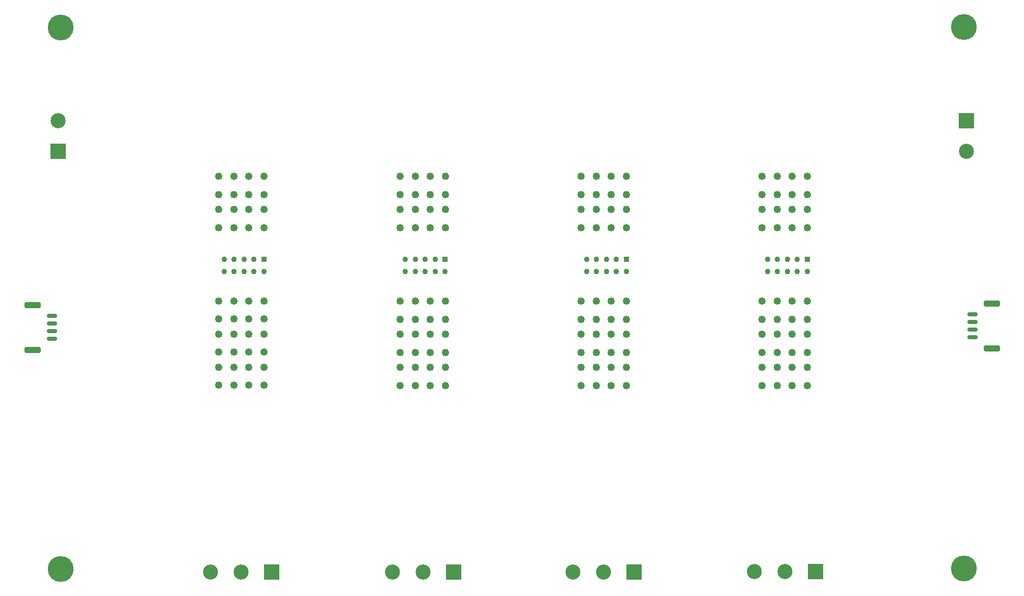
<source format=gbr>
%TF.GenerationSoftware,KiCad,Pcbnew,(6.0.1-0)*%
%TF.CreationDate,2023-01-20T10:28:08-08:00*%
%TF.ProjectId,ESC Mother,45534320-4d6f-4746-9865-722e6b696361,rev?*%
%TF.SameCoordinates,Original*%
%TF.FileFunction,Soldermask,Top*%
%TF.FilePolarity,Negative*%
%FSLAX46Y46*%
G04 Gerber Fmt 4.6, Leading zero omitted, Abs format (unit mm)*
G04 Created by KiCad (PCBNEW (6.0.1-0)) date 2023-01-20 10:28:08*
%MOMM*%
%LPD*%
G01*
G04 APERTURE LIST*
G04 Aperture macros list*
%AMRoundRect*
0 Rectangle with rounded corners*
0 $1 Rounding radius*
0 $2 $3 $4 $5 $6 $7 $8 $9 X,Y pos of 4 corners*
0 Add a 4 corners polygon primitive as box body*
4,1,4,$2,$3,$4,$5,$6,$7,$8,$9,$2,$3,0*
0 Add four circle primitives for the rounded corners*
1,1,$1+$1,$2,$3*
1,1,$1+$1,$4,$5*
1,1,$1+$1,$6,$7*
1,1,$1+$1,$8,$9*
0 Add four rect primitives between the rounded corners*
20,1,$1+$1,$2,$3,$4,$5,0*
20,1,$1+$1,$4,$5,$6,$7,0*
20,1,$1+$1,$6,$7,$8,$9,0*
20,1,$1+$1,$8,$9,$2,$3,0*%
G04 Aperture macros list end*
%ADD10R,2.500000X2.500000*%
%ADD11C,2.500000*%
%ADD12C,4.300000*%
%ADD13R,0.930000X0.930000*%
%ADD14C,0.930000*%
%ADD15C,1.250000*%
%ADD16RoundRect,0.150000X-0.700000X0.150000X-0.700000X-0.150000X0.700000X-0.150000X0.700000X0.150000X0*%
%ADD17RoundRect,0.250000X-1.100000X0.250000X-1.100000X-0.250000X1.100000X-0.250000X1.100000X0.250000X0*%
%ADD18RoundRect,0.150000X0.700000X-0.150000X0.700000X0.150000X-0.700000X0.150000X-0.700000X-0.150000X0*%
%ADD19RoundRect,0.250000X1.100000X-0.250000X1.100000X0.250000X-1.100000X0.250000X-1.100000X-0.250000X0*%
G04 APERTURE END LIST*
D10*
%TO.C,+*%
X184850000Y-48600000D03*
D11*
X184850000Y-53680000D03*
%TD*%
D12*
%TO.C,H4*%
X184430000Y-33020000D03*
%TD*%
%TO.C,H2*%
X34430000Y-33070000D03*
%TD*%
D10*
%TO.C,T3*%
X99675000Y-123590000D03*
D11*
X94595000Y-123590000D03*
X89515000Y-123590000D03*
%TD*%
D10*
%TO.C,T4*%
X69510000Y-123610000D03*
D11*
X64430000Y-123610000D03*
X59350000Y-123610000D03*
%TD*%
D10*
%TO.C,T1*%
X159810000Y-123540000D03*
D11*
X154730000Y-123540000D03*
X149650000Y-123540000D03*
%TD*%
D13*
%TO.C,J4*%
X68190000Y-71630000D03*
D14*
X68190000Y-73630000D03*
X66540000Y-71630000D03*
X66540000Y-73630000D03*
X64890000Y-71630000D03*
X64890000Y-73630000D03*
X63240000Y-71630000D03*
X63240000Y-73630000D03*
X61590000Y-71630000D03*
X61590000Y-73630000D03*
D15*
X68210000Y-57840000D03*
X65710000Y-57840000D03*
X63210000Y-57840000D03*
X60710000Y-57840000D03*
X68210000Y-60840000D03*
X65710000Y-60840000D03*
X63210000Y-60840000D03*
X60710000Y-60840000D03*
X68210000Y-63340000D03*
X65710000Y-63340000D03*
X63210000Y-63340000D03*
X60710000Y-63340000D03*
X68210000Y-66340000D03*
X65710000Y-66340000D03*
X63210000Y-66340000D03*
X60710000Y-66340000D03*
X68210000Y-78560000D03*
X65710000Y-78560000D03*
X63210000Y-78560000D03*
X60710000Y-78560000D03*
X68210000Y-81560000D03*
X65710000Y-81560000D03*
X63210000Y-81560000D03*
X60710000Y-81560000D03*
X68210000Y-84060000D03*
X65710000Y-84060000D03*
X63210000Y-84060000D03*
X60710000Y-84060000D03*
X68210000Y-87060000D03*
X65710000Y-87060000D03*
X63210000Y-87060000D03*
X60710000Y-87060000D03*
X68210000Y-89560000D03*
X65710000Y-89560000D03*
X63210000Y-89560000D03*
X60710000Y-89560000D03*
X68210000Y-92560000D03*
X65710000Y-92560000D03*
X63210000Y-92560000D03*
X60710000Y-92560000D03*
%TD*%
D12*
%TO.C,H3*%
X34460000Y-123080000D03*
%TD*%
D13*
%TO.C,J2*%
X128380000Y-71650000D03*
D14*
X128380000Y-73650000D03*
X126730000Y-71650000D03*
X126730000Y-73650000D03*
X125080000Y-71650000D03*
X125080000Y-73650000D03*
X123430000Y-71650000D03*
X123430000Y-73650000D03*
X121780000Y-71650000D03*
X121780000Y-73650000D03*
D15*
X128400000Y-57860000D03*
X125900000Y-57860000D03*
X123400000Y-57860000D03*
X120900000Y-57860000D03*
X128400000Y-60860000D03*
X125900000Y-60860000D03*
X123400000Y-60860000D03*
X120900000Y-60860000D03*
X128400000Y-63360000D03*
X125900000Y-63360000D03*
X123400000Y-63360000D03*
X120900000Y-63360000D03*
X128400000Y-66360000D03*
X125900000Y-66360000D03*
X123400000Y-66360000D03*
X120900000Y-66360000D03*
X128400000Y-78580000D03*
X125900000Y-78580000D03*
X123400000Y-78580000D03*
X120900000Y-78580000D03*
X128400000Y-81580000D03*
X125900000Y-81580000D03*
X123400000Y-81580000D03*
X120900000Y-81580000D03*
X128400000Y-84080000D03*
X125900000Y-84080000D03*
X123400000Y-84080000D03*
X120900000Y-84080000D03*
X128400000Y-87080000D03*
X125900000Y-87080000D03*
X123400000Y-87080000D03*
X120900000Y-87080000D03*
X128400000Y-89580000D03*
X125900000Y-89580000D03*
X123400000Y-89580000D03*
X120900000Y-89580000D03*
X128400000Y-92580000D03*
X125900000Y-92580000D03*
X123400000Y-92580000D03*
X120900000Y-92580000D03*
%TD*%
D13*
%TO.C,J3*%
X98300000Y-71650000D03*
D14*
X98300000Y-73650000D03*
X96650000Y-71650000D03*
X96650000Y-73650000D03*
X95000000Y-71650000D03*
X95000000Y-73650000D03*
X93350000Y-71650000D03*
X93350000Y-73650000D03*
X91700000Y-71650000D03*
X91700000Y-73650000D03*
D15*
X98320000Y-57860000D03*
X95820000Y-57860000D03*
X93320000Y-57860000D03*
X90820000Y-57860000D03*
X98320000Y-60860000D03*
X95820000Y-60860000D03*
X93320000Y-60860000D03*
X90820000Y-60860000D03*
X98320000Y-63360000D03*
X95820000Y-63360000D03*
X93320000Y-63360000D03*
X90820000Y-63360000D03*
X98320000Y-66360000D03*
X95820000Y-66360000D03*
X93320000Y-66360000D03*
X90820000Y-66360000D03*
X98320000Y-78580000D03*
X95820000Y-78580000D03*
X93320000Y-78580000D03*
X90820000Y-78580000D03*
X98320000Y-81580000D03*
X95820000Y-81580000D03*
X93320000Y-81580000D03*
X90820000Y-81580000D03*
X98320000Y-84080000D03*
X95820000Y-84080000D03*
X93320000Y-84080000D03*
X90820000Y-84080000D03*
X98320000Y-87080000D03*
X95820000Y-87080000D03*
X93320000Y-87080000D03*
X90820000Y-87080000D03*
X98320000Y-89580000D03*
X95820000Y-89580000D03*
X93320000Y-89580000D03*
X90820000Y-89580000D03*
X98320000Y-92580000D03*
X95820000Y-92580000D03*
X93320000Y-92580000D03*
X90820000Y-92580000D03*
%TD*%
D12*
%TO.C,H1*%
X184450000Y-123030000D03*
%TD*%
D10*
%TO.C,T2*%
X129725000Y-123570000D03*
D11*
X124645000Y-123570000D03*
X119565000Y-123570000D03*
%TD*%
D16*
%TO.C,CAN*%
X32960000Y-81055000D03*
X32960000Y-82305000D03*
X32960000Y-83555000D03*
X32960000Y-84805000D03*
D17*
X29760000Y-79205000D03*
X29760000Y-86655000D03*
%TD*%
D13*
%TO.C,J1*%
X158450000Y-71650000D03*
D14*
X158450000Y-73650000D03*
X156800000Y-71650000D03*
X156800000Y-73650000D03*
X155150000Y-71650000D03*
X155150000Y-73650000D03*
X153500000Y-71650000D03*
X153500000Y-73650000D03*
X151850000Y-71650000D03*
X151850000Y-73650000D03*
D15*
X158470000Y-57860000D03*
X155970000Y-57860000D03*
X153470000Y-57860000D03*
X150970000Y-57860000D03*
X158470000Y-60860000D03*
X155970000Y-60860000D03*
X153470000Y-60860000D03*
X150970000Y-60860000D03*
X158470000Y-63360000D03*
X155970000Y-63360000D03*
X153470000Y-63360000D03*
X150970000Y-63360000D03*
X158470000Y-66360000D03*
X155970000Y-66360000D03*
X153470000Y-66360000D03*
X150970000Y-66360000D03*
X158470000Y-78580000D03*
X155970000Y-78580000D03*
X153470000Y-78580000D03*
X150970000Y-78580000D03*
X158470000Y-81580000D03*
X155970000Y-81580000D03*
X153470000Y-81580000D03*
X150970000Y-81580000D03*
X158470000Y-84080000D03*
X155970000Y-84080000D03*
X153470000Y-84080000D03*
X150970000Y-84080000D03*
X158470000Y-87080000D03*
X155970000Y-87080000D03*
X153470000Y-87080000D03*
X150970000Y-87080000D03*
X158470000Y-89580000D03*
X155970000Y-89580000D03*
X153470000Y-89580000D03*
X150970000Y-89580000D03*
X158470000Y-92580000D03*
X155970000Y-92580000D03*
X153470000Y-92580000D03*
X150970000Y-92580000D03*
%TD*%
D10*
%TO.C,-*%
X34025000Y-53695000D03*
D11*
X34025000Y-48615000D03*
%TD*%
D18*
%TO.C,CAN*%
X185880000Y-84555000D03*
X185880000Y-83305000D03*
X185880000Y-82055000D03*
X185880000Y-80805000D03*
D19*
X189080000Y-86405000D03*
X189080000Y-78955000D03*
%TD*%
M02*

</source>
